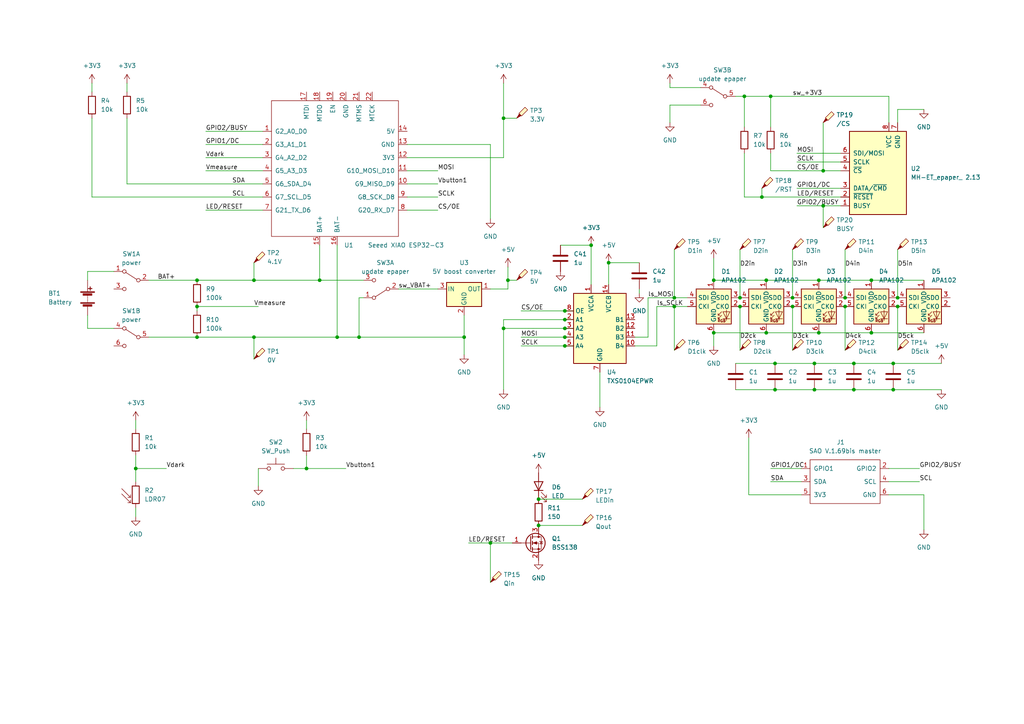
<source format=kicad_sch>
(kicad_sch (version 20231120) (generator "eeschema") (generator_version "8.0")
  (paper "A4")
  (lib_symbols
    (symbol "Connector:TestPoint_Probe" (pin_numbers hide) (pin_names (offset 0.762) hide)
      (property "Reference" "TP" (at 1.651 5.842 0))
      (property "Value" "TestPoint_Probe" (at 1.651 4.064 0))
      (symbol "TestPoint_Probe_0_1"
        (polyline (pts (xy 1.27 0.762) (xy 0 0) (xy 0.762 1.27) (xy 1.27 0.762)) (fill (type outline)))
        (polyline (pts (xy 1.397 0.635) (xy 0.635 1.397) (xy 2.413 3.175) (xy 3.175 2.413) (xy 1.397 0.635)) (fill (type background)))
      )
      (symbol "TestPoint_Probe_1_1"
        (pin passive line (at 0 0 90) (length 0) (name "1") (number "1"))
      )
    )
    (symbol "Device:Battery" (pin_numbers hide) (pin_names (offset 0) hide)
      (property "Reference" "BT1" (at -11.43 1.27 0))
      (property "Value" "Battery" (at -11.43 -1.27 0))
      (symbol "Battery_0_1"
        (rectangle (start -2.032 -1.397) (end 2.032 -1.651) (fill (type outline)))
        (rectangle (start -2.032 1.778) (end 2.032 1.524) (fill (type outline)))
        (rectangle (start -1.3208 -1.9812) (end 1.27 -2.4892) (fill (type outline)))
        (rectangle (start -1.3208 1.1938) (end 1.27 0.6858) (fill (type outline)))
        (polyline (pts (xy 0 -1.524) (xy 0 -1.27)))
        (polyline (pts (xy 0 -1.016) (xy 0 -0.762)))
        (polyline (pts (xy 0 -0.508) (xy 0 -0.254)))
        (polyline (pts (xy 0 0) (xy 0 0.254)))
        (polyline (pts (xy 0 0.508) (xy 0 0.762)))
        (polyline (pts (xy 0 1.778) (xy 0 2.54)))
        (polyline (pts (xy 0.254 2.667) (xy 1.27 2.667)) (stroke (width 0.254)))
        (polyline (pts (xy 0.762 3.175) (xy 0.762 2.159)) (stroke (width 0.254)))
      )
      (symbol "Battery_1_1"
        (pin passive line (at 0 -5.08 90) (length 2.54) (name "-") (number "1"))
        (pin passive line (at 0 5.08 270) (length 2.54) (name "+") (number "2"))
      )
    )
    (symbol "Device:C" (pin_numbers hide) (pin_names (offset 0.254))
      (property "Reference" "C" (at 0.635 2.54 0))
      (property "Value" "C" (at 0.635 -2.54 0))
      (symbol "C_0_1"
        (polyline (pts (xy -2.032 -0.762) (xy 2.032 -0.762)) (stroke (width 0.508)))
        (polyline (pts (xy -2.032 0.762) (xy 2.032 0.762)) (stroke (width 0.508)))
      )
      (symbol "C_1_1"
        (pin passive line (at 0 3.81 270) (length 2.794) (name "~") (number "1"))
        (pin passive line (at 0 -3.81 90) (length 2.794) (name "~") (number "2"))
      )
    )
    (symbol "Device:LED" (pin_numbers hide) (pin_names (offset 1.016) hide)
      (property "Reference" "D" (at 0 2.54 0))
      (property "Value" "LED" (at 0 -2.54 0))
      (symbol "LED_0_1"
        (polyline (pts (xy -1.27 -1.27) (xy -1.27 1.27)) (stroke (width 0.254)))
        (polyline (pts (xy -1.27 0) (xy 1.27 0)))
        (polyline (pts (xy 1.27 -1.27) (xy 1.27 1.27) (xy -1.27 0) (xy 1.27 -1.27)) (stroke (width 0.254)))
        (polyline (pts (xy -3.048 -0.762) (xy -4.572 -2.286) (xy -3.81 -2.286) (xy -4.572 -2.286) (xy -4.572 -1.524)))
        (polyline (pts (xy -1.778 -0.762) (xy -3.302 -2.286) (xy -2.54 -2.286) (xy -3.302 -2.286) (xy -3.302 -1.524)))
      )
      (symbol "LED_1_1"
        (pin passive line (at -3.81 0 0) (length 2.54) (name "K") (number "1"))
        (pin passive line (at 3.81 0 180) (length 2.54) (name "A") (number "2"))
      )
    )
    (symbol "Device:Q_NMOS_GSD" (pin_names (offset 0) hide)
      (property "Reference" "Q" (at 5.08 1.27 0))
      (property "Value" "Q_NMOS_GSD" (at 5.08 -1.27 0))
      (symbol "Q_NMOS_GSD_0_1"
        (polyline (pts (xy 0.254 0) (xy -2.54 0)))
        (polyline (pts (xy 0.254 1.905) (xy 0.254 -1.905)) (stroke (width 0.254)))
        (polyline (pts (xy 0.762 -1.27) (xy 0.762 -2.286)) (stroke (width 0.254)))
        (polyline (pts (xy 0.762 0.508) (xy 0.762 -0.508)) (stroke (width 0.254)))
        (polyline (pts (xy 0.762 2.286) (xy 0.762 1.27)) (stroke (width 0.254)))
        (polyline (pts (xy 2.54 2.54) (xy 2.54 1.778)))
        (polyline (pts (xy 2.54 -2.54) (xy 2.54 0) (xy 0.762 0)))
        (polyline (pts (xy 0.762 -1.778) (xy 3.302 -1.778) (xy 3.302 1.778) (xy 0.762 1.778)))
        (polyline (pts (xy 1.016 0) (xy 2.032 0.381) (xy 2.032 -0.381) (xy 1.016 0)) (fill (type outline)))
        (polyline (pts (xy 2.794 0.508) (xy 2.921 0.381) (xy 3.683 0.381) (xy 3.81 0.254)))
        (polyline (pts (xy 3.302 0.381) (xy 2.921 -0.254) (xy 3.683 -0.254) (xy 3.302 0.381)))
        (circle (center 1.651 0) (radius 2.794) (stroke (width 0.254)))
        (circle (center 2.54 -1.778) (radius 0.254) (fill (type outline)))
        (circle (center 2.54 1.778) (radius 0.254) (fill (type outline)))
      )
      (symbol "Q_NMOS_GSD_1_1"
        (pin input line (at -5.08 0 0) (length 2.54) (name "G") (number "1"))
        (pin passive line (at 2.54 -5.08 90) (length 2.54) (name "S") (number "2"))
        (pin passive line (at 2.54 5.08 270) (length 2.54) (name "D") (number "3"))
      )
    )
    (symbol "Device:R" (pin_numbers hide) (pin_names (offset 0))
      (property "Reference" "R" (at 2.032 0 90))
      (property "Value" "R" (at 0 0 90))
      (symbol "R_0_1"
        (rectangle (start -1.016 -2.54) (end 1.016 2.54) (stroke (width 0.254)))
      )
      (symbol "R_1_1"
        (pin passive line (at 0 3.81 270) (length 1.27) (name "~") (number "1"))
        (pin passive line (at 0 -3.81 90) (length 1.27) (name "~") (number "2"))
      )
    )
    (symbol "LED:APA102-2020"
      (property "Reference" "D" (at 5.08 5.715 0))
      (property "Value" "APA102-2020" (at 1.27 -5.715 0))
      (symbol "APA102-2020_0_0"
        (text "RGB" (at 2.286 -4.191 0) (effects (font (size 0.762 0.762))))
      )
      (symbol "APA102-2020_0_1"
        (polyline (pts (xy 1.27 -3.556) (xy 1.778 -3.556)))
        (polyline (pts (xy 1.27 -2.54) (xy 1.778 -2.54)))
        (polyline (pts (xy 4.699 -3.556) (xy 2.667 -3.556)))
        (polyline (pts (xy 2.286 -2.54) (xy 1.27 -3.556) (xy 1.27 -3.048)))
        (polyline (pts (xy 2.286 -1.524) (xy 1.27 -2.54) (xy 1.27 -2.032)))
        (polyline (pts (xy 3.683 -1.016) (xy 3.683 -3.556) (xy 3.683 -4.064)))
        (polyline (pts (xy 4.699 -1.524) (xy 2.667 -1.524) (xy 3.683 -3.556) (xy 4.699 -1.524)))
        (rectangle (start 5.08 5.08) (end -5.08 -5.08) (stroke (width 0.254)) (fill (type background)))
      )
      (symbol "APA102-2020_1_1"
        (pin power_in line (at 0 7.62 270) (length 2.54) (name "VDD") (number "1"))
        (pin output line (at 7.62 0 180) (length 2.54) (name "CKO") (number "2"))
        (pin output line (at 7.62 2.54 180) (length 2.54) (name "SDO") (number "3"))
        (pin input line (at -7.62 2.54 0) (length 2.54) (name "SDI") (number "4"))
        (pin input line (at -7.62 0 0) (length 2.54) (name "CKI") (number "5"))
        (pin power_in line (at 0 -7.62 90) (length 2.54) (name "GND") (number "6"))
      )
    )
    (symbol "Sensor_Optical:LDR07" (pin_numbers hide) (pin_names (offset 0))
      (property "Reference" "R" (at -5.08 0 90))
      (property "Value" "LDR07" (at 1.905 0 90))
      (symbol "LDR07_0_1"
        (rectangle (start -1.016 2.54) (end 1.016 -2.54) (stroke (width 0.254)))
        (polyline (pts (xy -1.524 -2.286) (xy -4.064 0.254)))
        (polyline (pts (xy -1.524 -2.286) (xy -2.286 -2.286)))
        (polyline (pts (xy -1.524 -2.286) (xy -1.524 -1.524)))
        (polyline (pts (xy -1.524 -0.762) (xy -4.064 1.778)))
        (polyline (pts (xy -1.524 -0.762) (xy -2.286 -0.762)))
        (polyline (pts (xy -1.524 -0.762) (xy -1.524 0)))
      )
      (symbol "LDR07_1_1"
        (pin passive line (at 0 3.81 270) (length 1.27) (name "~") (number "1"))
        (pin passive line (at 0 -3.81 90) (length 1.27) (name "~") (number "2"))
      )
    )
    (symbol "Switch:SW_DPDT_x2" (pin_names (offset 0) hide)
      (property "Reference" "SW" (at 0 4.318 0))
      (property "Value" "SW_DPDT_x2" (at 0 -5.08 0))
      (symbol "SW_DPDT_x2_0_0"
        (circle (center -2.032 0) (radius 0.508))
        (circle (center 2.032 -2.54) (radius 0.508))
      )
      (symbol "SW_DPDT_x2_0_1"
        (polyline (pts (xy -1.524 0.254) (xy 1.651 2.286)))
        (circle (center 2.032 2.54) (radius 0.508))
      )
      (symbol "SW_DPDT_x2_1_1"
        (pin passive line (at 5.08 2.54 180) (length 2.54) (name "A") (number "1"))
        (pin passive line (at -5.08 0 0) (length 2.54) (name "B") (number "2"))
        (pin passive line (at 5.08 -2.54 180) (length 2.54) (name "C") (number "3"))
      )
      (symbol "SW_DPDT_x2_2_1"
        (pin passive line (at 5.08 2.54 180) (length 2.54) (name "A") (number "4"))
        (pin passive line (at -5.08 0 0) (length 2.54) (name "B") (number "5"))
        (pin passive line (at 5.08 -2.54 180) (length 2.54) (name "C") (number "6"))
      )
    )
    (symbol "Switch:SW_Push" (pin_numbers hide) (pin_names (offset 1.016) hide)
      (property "Reference" "SW" (at 1.27 2.54 0))
      (property "Value" "SW_Push" (at 0 -1.524 0))
      (symbol "SW_Push_0_1"
        (circle (center -2.032 0) (radius 0.508))
        (polyline (pts (xy 0 1.27) (xy 0 3.048)))
        (polyline (pts (xy 2.54 1.27) (xy -2.54 1.27)))
        (circle (center 2.032 0) (radius 0.508))
        (pin passive line (at -5.08 0 0) (length 2.54) (name "1") (number "1"))
        (pin passive line (at 5.08 0 180) (length 2.54) (name "2") (number "2"))
      )
    )
    (symbol "extra:MH-ET_epaper_ 2.13" (pin_names (offset 1.016))
      (property "Reference" "U" (at -6.604 15.24 0))
      (property "Value" "MH-ET_epaper_ 2.13" (at 20.32 1.27 0))
      (symbol "MH-ET_epaper_ 2.13_0_1"
        (rectangle (start -7.62 13.97) (end 8.89 -10.16) (stroke (width 0.254)) (fill (type background)))
      )
      (symbol "MH-ET_epaper_ 2.13_1_1"
        (pin output line (at -10.16 -7.62 0) (length 2.54) (name "BUSY") (number "1"))
        (pin input line (at -10.16 -5.08 0) (length 2.54) (name "~{RESET}") (number "2"))
        (pin input line (at -10.16 -2.54 0) (length 2.54) (name "DATA/~{CMD}") (number "3"))
        (pin input line (at -10.16 2.54 0) (length 2.54) (name "~{CS}") (number "4"))
        (pin input line (at -10.16 5.08 0) (length 2.54) (name "SCLK") (number "5"))
        (pin input line (at -10.16 7.62 0) (length 2.54) (name "SDI/MOSI") (number "6"))
        (pin power_in line (at 6.35 16.51 270) (length 2.54) (name "GND") (number "7"))
        (pin power_in line (at 3.81 16.51 270) (length 2.54) (name "VCC") (number "8"))
      )
    )
    (symbol "extra:Seeed XIAO ESP32-C3" (pin_names (offset 1.016))
      (property "Reference" "U1" (at 2.0194 -21.59 0))
      (property "Value" "Seeed XIAO ESP32-C3" (at 4.5594 -24.13 0))
      (symbol "Seeed XIAO ESP32-C3_0_1"
        (rectangle (start -19.05 20.32) (end 17.78 -19.05))
      )
      (symbol "Seeed XIAO ESP32-C3_1_1"
        (pin unspecified line (at -21.59 11.43 0) (length 2.54) (name "G2_A0_D0") (number "1"))
        (pin unspecified line (at 20.32 -3.81 180) (length 2.54) (name "G9_MISO_D9") (number "10"))
        (pin unspecified line (at 20.32 0 180) (length 2.54) (name "G10_MOSI_D10") (number "11"))
        (pin power_out line (at 20.32 3.81 180) (length 2.54) (name "3V3") (number "12"))
        (pin power_out line (at 20.32 7.62 180) (length 2.54) (name "GND") (number "13"))
        (pin power_out line (at 20.32 11.43 180) (length 2.54) (name "5V") (number "14"))
        (pin power_out line (at -5.08 -21.59 90) (length 2.54) (name "BAT+") (number "15"))
        (pin power_out line (at 0 -21.59 90) (length 2.54) (name "BAT-") (number "16"))
        (pin unspecified line (at -8.89 22.86 270) (length 2.54) (name "MTDI") (number "17"))
        (pin output line (at -5.08 22.86 270) (length 2.54) (name "MTDO") (number "18"))
        (pin unspecified line (at -1.27 22.86 270) (length 2.54) (name "EN") (number "19"))
        (pin unspecified line (at -21.59 7.62 0) (length 2.54) (name "G3_A1_D1") (number "2"))
        (pin unspecified line (at 2.54 22.86 270) (length 2.54) (name "GND") (number "20"))
        (pin unspecified line (at 6.35 22.86 270) (length 2.54) (name "MTMS") (number "21"))
        (pin unspecified line (at 10.16 22.86 270) (length 2.54) (name "MTCK") (number "22"))
        (pin unspecified line (at -21.59 3.81 0) (length 2.54) (name "G4_A2_D2") (number "3"))
        (pin unspecified line (at -21.59 0 0) (length 2.54) (name "G5_A3_D3") (number "4"))
        (pin unspecified line (at -21.59 -3.81 0) (length 2.54) (name "G6_SDA_D4") (number "5"))
        (pin unspecified line (at -21.59 -7.62 0) (length 2.54) (name "G7_SCL_D5") (number "6"))
        (pin unspecified line (at -21.59 -11.43 0) (length 2.54) (name "G21_TX_D6") (number "7"))
        (pin unspecified line (at 20.32 -11.43 180) (length 2.54) (name "G20_RX_D7") (number "8"))
        (pin unspecified line (at 20.32 -7.62 180) (length 2.54) (name "G8_SCK_D8") (number "9"))
        (pin power_out line (at 5.08 -21.59 90) (length 2.54) hide (name "GND") (number "thermal"))
      )
    )
    (symbol "mlp:5V boost converter" (pin_names (offset 0.254))
      (property "Reference" "U" (at -3.81 3.175 0))
      (property "Value" "5V boost converter" (at 0 3.175 0))
      (symbol "5V boost converter_0_1"
        (rectangle (start -5.08 1.905) (end 5.08 -5.08) (stroke (width 0.254)) (fill (type background)))
      )
      (symbol "5V boost converter_1_1"
        (pin power_out line (at 7.62 0 180) (length 2.54) (name "OUT") (number "1"))
        (pin power_in line (at 0 -7.62 90) (length 2.54) (name "GND") (number "2"))
        (pin power_in line (at -7.62 0 0) (length 2.54) (name "IN") (number "3"))
      )
    )
    (symbol "mlp:SAO V.1.69bis master" (pin_names (offset 1.016))
      (property "Reference" "J" (at -1.27 8.89 0))
      (property "Value" "SAO V.1.69bis master" (at -10.6806 -8.89 0))
      (symbol "SAO V.1.69bis master_0_1"
        (rectangle (start -10.16 6.35) (end 10.16 -6.35))
      )
      (symbol "SAO V.1.69bis master_1_1"
        (pin bidirectional line (at -12.7 3.81 0) (length 2.54) (name "GPIO1") (number "1"))
        (pin bidirectional line (at 12.7 3.81 180) (length 2.54) (name "GPIO2") (number "2"))
        (pin bidirectional line (at -12.7 0 0) (length 2.54) (name "SDA") (number "3"))
        (pin input line (at 12.7 0 180) (length 2.54) (name "SCL") (number "4"))
        (pin power_in line (at -12.7 -3.81 0) (length 2.54) (name "3V3") (number "5"))
        (pin power_in line (at 12.7 -3.81 180) (length 2.54) (name "GND") (number "6"))
      )
    )
    (symbol "mlp:TXS0104EPWR"
      (property "Reference" "U" (at -6.35 11.43 0))
      (property "Value" "TXS0104EPWR" (at 3.81 11.43 0))
      (symbol "TXS0104EPWR_0_1"
        (rectangle (start -7.62 10.16) (end 7.62 -10.16) (stroke (width 0.254)) (fill (type background)))
      )
      (symbol "TXS0104EPWR_1_1"
        (pin power_in line (at -2.54 12.7 270) (length 2.54) (name "VCCA") (number "1"))
        (pin bidirectional line (at 10.16 -5.08 180) (length 2.54) (name "B4") (number "10"))
        (pin bidirectional line (at 10.16 -2.54 180) (length 2.54) (name "B3") (number "11"))
        (pin bidirectional line (at 10.16 0 180) (length 2.54) (name "B2") (number "12"))
        (pin bidirectional line (at 10.16 2.54 180) (length 2.54) (name "B1") (number "13"))
        (pin power_in line (at 2.54 12.7 270) (length 2.54) (name "VCCB") (number "14"))
        (pin bidirectional line (at -10.16 2.54 0) (length 2.54) (name "A1") (number "2"))
        (pin bidirectional line (at -10.16 0 0) (length 2.54) (name "A2") (number "3"))
        (pin bidirectional line (at -10.16 -2.54 0) (length 2.54) (name "A3") (number "4"))
        (pin bidirectional line (at -10.16 -5.08 0) (length 2.54) (name "A4") (number "5"))
        (pin power_in line (at 0 -12.7 90) (length 2.54) (name "GND") (number "7"))
        (pin input line (at -10.16 5.08 0) (length 2.54) (name "OE") (number "8"))
      )
    )
    (symbol "power:+3V3" (power) (pin_names (offset 0))
      (property "Value" "+3V3" (at 0 3.556 0))
      (symbol "+3V3_0_1"
        (polyline (pts (xy -0.762 1.27) (xy 0 2.54)))
        (polyline (pts (xy 0 0) (xy 0 2.54)))
        (polyline (pts (xy 0 2.54) (xy 0.762 1.27)))
      )
      (symbol "+3V3_1_1"
        (pin power_in line (at 0 0 90) (length 0) hide (name "+3V3") (number "1"))
      )
    )
    (symbol "power:+5V" (power) (pin_names (offset 0))
      (property "Value" "+5V" (at 0 3.556 0))
      (symbol "+5V_0_1"
        (polyline (pts (xy -0.762 1.27) (xy 0 2.54)))
        (polyline (pts (xy 0 0) (xy 0 2.54)))
        (polyline (pts (xy 0 2.54) (xy 0.762 1.27)))
      )
      (symbol "+5V_1_1"
        (pin power_in line (at 0 0 90) (length 0) hide (name "+5V") (number "1"))
      )
    )
    (symbol "power:GND" (power) (pin_names (offset 0))
      (property "Value" "GND" (at 0 -3.81 0))
      (symbol "GND_0_1"
        (polyline (pts (xy 0 0) (xy 0 -1.27) (xy 1.27 -1.27) (xy 0 -2.54) (xy -1.27 -1.27) (xy 0 -1.27)))
      )
      (symbol "GND_1_1"
        (pin power_in line (at 0 0 270) (length 0) hide (name "GND") (number "1"))
      )
    )
  )
  (junction (at 260.35 88.9))
  (junction (at 238.76 49.53))
  (junction (at 229.87 88.9))
  (junction (at 156.21 152.4))
  (junction (at 259.08 113.03))
  (junction (at 252.73 81.28))
  (junction (at 142.24 157.48))
  (junction (at 237.49 81.28))
  (junction (at 163.83 95.25))
  (junction (at 104.14 97.79))
  (junction (at 222.25 96.52))
  (junction (at 57.15 88.9))
  (junction (at 214.63 86.36))
  (junction (at 147.32 81.28))
  (junction (at 252.73 96.52))
  (junction (at 220.98 57.15))
  (junction (at 195.58 86.36))
  (junction (at 73.66 81.28))
  (junction (at 134.62 97.79))
  (junction (at 223.52 27.94))
  (junction (at 207.01 96.52))
  (junction (at 245.11 86.36))
  (junction (at 236.22 113.03))
  (junction (at 171.45 71.12))
  (junction (at 214.63 88.9))
  (junction (at 222.25 81.28))
  (junction (at 247.65 113.03))
  (junction (at 163.83 90.17))
  (junction (at 224.79 113.03))
  (junction (at 88.9 135.89))
  (junction (at 163.83 100.33))
  (junction (at 245.11 88.9))
  (junction (at 247.65 105.41))
  (junction (at 57.15 81.28))
  (junction (at 156.21 144.78))
  (junction (at 236.22 105.41))
  (junction (at 146.05 34.29))
  (junction (at 215.9 27.94))
  (junction (at 163.83 92.71))
  (junction (at 195.58 88.9))
  (junction (at 207.01 81.28))
  (junction (at 237.49 96.52))
  (junction (at 163.83 97.79))
  (junction (at 238.76 59.69))
  (junction (at 260.35 86.36))
  (junction (at 39.37 135.89))
  (junction (at 57.15 97.79))
  (junction (at 97.79 97.79))
  (junction (at 224.79 105.41))
  (junction (at 92.71 81.28))
  (junction (at 176.53 76.2))
  (junction (at 229.87 86.36))
  (junction (at 146.05 95.25))
  (junction (at 259.08 105.41))
  (junction (at 73.66 97.79))
  (wire (pts (xy 224.79 105.41) (xy 236.22 105.41)))
  (wire (pts (xy 213.36 105.41) (xy 224.79 105.41)))
  (wire (pts (xy 217.17 127) (xy 217.17 143.51)))
  (wire (pts (xy 215.9 44.45) (xy 215.9 57.15)))
  (wire (pts (xy 59.69 60.96) (xy 76.2 60.96)))
  (wire (pts (xy 163.83 97.79) (xy 166.37 97.79)))
  (wire (pts (xy 213.36 27.94) (xy 215.9 27.94)))
  (wire (pts (xy 231.14 46.99) (xy 243.84 46.99)))
  (wire (pts (xy 214.63 72.39) (xy 214.63 86.36)))
  (wire (pts (xy 260.35 31.75) (xy 267.97 31.75)))
  (wire (pts (xy 247.65 105.41) (xy 259.08 105.41)))
  (wire (pts (xy 57.15 81.28) (xy 73.66 81.28)))
  (wire (pts (xy 73.66 104.14) (xy 73.66 97.79)))
  (wire (pts (xy 223.52 27.94) (xy 257.81 27.94)))
  (wire (pts (xy 245.11 101.6) (xy 245.11 88.9)))
  (wire (pts (xy 252.73 96.52) (xy 267.97 96.52)))
  (wire (pts (xy 243.84 57.15) (xy 220.98 57.15)))
  (wire (pts (xy 39.37 135.89) (xy 39.37 139.7)))
  (wire (pts (xy 229.87 101.6) (xy 229.87 88.9)))
  (wire (pts (xy 229.87 72.39) (xy 229.87 86.36)))
  (wire (pts (xy 171.45 71.12) (xy 171.45 82.55)))
  (wire (pts (xy 88.9 121.92) (xy 88.9 124.46)))
  (wire (pts (xy 33.02 95.25) (xy 25.4 95.25)))
  (wire (pts (xy 195.58 86.36) (xy 187.96 86.36)))
  (wire (pts (xy 176.53 76.2) (xy 185.42 76.2)))
  (wire (pts (xy 76.2 49.53) (xy 59.69 49.53)))
  (wire (pts (xy 39.37 121.92) (xy 39.37 124.46)))
  (wire (pts (xy 207.01 96.52) (xy 207.01 100.33)))
  (wire (pts (xy 39.37 135.89) (xy 48.26 135.89)))
  (wire (pts (xy 43.18 97.79) (xy 57.15 97.79)))
  (wire (pts (xy 26.67 24.13) (xy 26.67 26.67)))
  (wire (pts (xy 195.58 88.9) (xy 199.39 88.9)))
  (wire (pts (xy 223.52 135.89) (xy 232.41 135.89)))
  (wire (pts (xy 207.01 81.28) (xy 222.25 81.28)))
  (wire (pts (xy 252.73 81.28) (xy 267.97 81.28)))
  (wire (pts (xy 168.91 144.78) (xy 156.21 144.78)))
  (wire (pts (xy 36.83 24.13) (xy 36.83 26.67)))
  (wire (pts (xy 237.49 96.52) (xy 252.73 96.52)))
  (wire (pts (xy 220.98 54.61) (xy 220.98 57.15)))
  (wire (pts (xy 222.25 81.28) (xy 237.49 81.28)))
  (wire (pts (xy 142.24 168.91) (xy 142.24 157.48)))
  (wire (pts (xy 36.83 53.34) (xy 76.2 53.34)))
  (wire (pts (xy 43.18 81.28) (xy 57.15 81.28)))
  (wire (pts (xy 26.67 57.15) (xy 76.2 57.15)))
  (wire (pts (xy 163.83 100.33) (xy 166.37 100.33)))
  (wire (pts (xy 243.84 49.53) (xy 238.76 49.53)))
  (wire (pts (xy 146.05 34.29) (xy 146.05 45.72)))
  (wire (pts (xy 163.83 95.25) (xy 166.37 95.25)))
  (wire (pts (xy 236.22 105.41) (xy 247.65 105.41)))
  (wire (pts (xy 260.35 101.6) (xy 260.35 88.9)))
  (wire (pts (xy 73.66 97.79) (xy 97.79 97.79)))
  (wire (pts (xy 146.05 45.72) (xy 118.11 45.72)))
  (wire (pts (xy 73.66 76.2) (xy 73.66 81.28)))
  (wire (pts (xy 184.15 100.33) (xy 190.5 100.33)))
  (wire (pts (xy 33.02 78.74) (xy 25.4 78.74)))
  (wire (pts (xy 146.05 95.25) (xy 163.83 95.25)))
  (wire (pts (xy 104.14 97.79) (xy 134.62 97.79)))
  (wire (pts (xy 224.79 113.03) (xy 236.22 113.03)))
  (wire (pts (xy 247.65 113.03) (xy 259.08 113.03)))
  (wire (pts (xy 142.24 157.48) (xy 135.89 157.48)))
  (wire (pts (xy 146.05 24.13) (xy 146.05 34.29)))
  (wire (pts (xy 73.66 81.28) (xy 92.71 81.28)))
  (wire (pts (xy 259.08 113.03) (xy 273.05 113.03)))
  (wire (pts (xy 203.2 25.4) (xy 194.31 25.4)))
  (wire (pts (xy 39.37 132.08) (xy 39.37 135.89)))
  (wire (pts (xy 147.32 81.28) (xy 147.32 83.82)))
  (wire (pts (xy 105.41 86.36) (xy 104.14 86.36)))
  (wire (pts (xy 163.83 90.17) (xy 166.37 90.17)))
  (wire (pts (xy 146.05 92.71) (xy 163.83 92.71)))
  (wire (pts (xy 199.39 86.36) (xy 195.58 86.36)))
  (wire (pts (xy 151.13 90.17) (xy 163.83 90.17)))
  (wire (pts (xy 260.35 35.56) (xy 260.35 31.75)))
  (wire (pts (xy 57.15 88.9) (xy 74.93 88.9)))
  (wire (pts (xy 59.69 38.1) (xy 76.2 38.1)))
  (wire (pts (xy 39.37 147.32) (xy 39.37 149.86)))
  (wire (pts (xy 267.97 143.51) (xy 267.97 153.67)))
  (wire (pts (xy 118.11 60.96) (xy 127 60.96)))
  (wire (pts (xy 184.15 97.79) (xy 187.96 97.79)))
  (wire (pts (xy 231.14 44.45) (xy 243.84 44.45)))
  (wire (pts (xy 59.69 45.72) (xy 76.2 45.72)))
  (wire (pts (xy 118.11 53.34) (xy 127 53.34)))
  (wire (pts (xy 57.15 97.79) (xy 73.66 97.79)))
  (wire (pts (xy 151.13 100.33) (xy 163.83 100.33)))
  (wire (pts (xy 162.56 71.12) (xy 171.45 71.12)))
  (wire (pts (xy 134.62 97.79) (xy 134.62 102.87)))
  (wire (pts (xy 213.36 113.03) (xy 224.79 113.03)))
  (wire (pts (xy 223.52 27.94) (xy 223.52 36.83)))
  (wire (pts (xy 92.71 81.28) (xy 105.41 81.28)))
  (wire (pts (xy 25.4 78.74) (xy 25.4 81.28)))
  (wire (pts (xy 146.05 95.25) (xy 146.05 113.03)))
  (wire (pts (xy 25.4 95.25) (xy 25.4 91.44)))
  (wire (pts (xy 97.79 71.12) (xy 97.79 97.79)))
  (wire (pts (xy 104.14 86.36) (xy 104.14 97.79)))
  (wire (pts (xy 214.63 101.6) (xy 214.63 88.9)))
  (wire (pts (xy 173.99 107.95) (xy 173.99 118.11)))
  (wire (pts (xy 217.17 143.51) (xy 232.41 143.51)))
  (wire (pts (xy 238.76 35.56) (xy 238.76 49.53)))
  (wire (pts (xy 257.81 143.51) (xy 267.97 143.51)))
  (wire (pts (xy 222.25 96.52) (xy 237.49 96.52)))
  (wire (pts (xy 151.13 97.79) (xy 163.83 97.79)))
  (wire (pts (xy 236.22 113.03) (xy 247.65 113.03)))
  (wire (pts (xy 187.96 86.36) (xy 187.96 97.79)))
  (wire (pts (xy 176.53 76.2) (xy 176.53 82.55)))
  (wire (pts (xy 118.11 41.91) (xy 142.24 41.91)))
  (wire (pts (xy 185.42 85.09) (xy 185.42 83.82)))
  (wire (pts (xy 59.69 41.91) (xy 76.2 41.91)))
  (wire (pts (xy 238.76 59.69) (xy 243.84 59.69)))
  (wire (pts (xy 207.01 74.93) (xy 207.01 81.28)))
  (wire (pts (xy 195.58 101.6) (xy 195.58 88.9)))
  (wire (pts (xy 74.93 135.89) (xy 74.93 140.97)))
  (wire (pts (xy 238.76 66.04) (xy 238.76 59.69)))
  (wire (pts (xy 223.52 49.53) (xy 223.52 44.45)))
  (wire (pts (xy 36.83 34.29) (xy 36.83 53.34)))
  (wire (pts (xy 118.11 57.15) (xy 127 57.15)))
  (wire (pts (xy 88.9 132.08) (xy 88.9 135.89)))
  (wire (pts (xy 97.79 97.79) (xy 104.14 97.79)))
  (wire (pts (xy 257.81 27.94) (xy 257.81 35.56)))
  (wire (pts (xy 207.01 96.52) (xy 222.25 96.52)))
  (wire (pts (xy 149.86 81.28) (xy 147.32 81.28)))
  (wire (pts (xy 190.5 88.9) (xy 195.58 88.9)))
  (wire (pts (xy 194.31 30.48) (xy 194.31 35.56)))
  (wire (pts (xy 190.5 88.9) (xy 190.5 100.33)))
  (wire (pts (xy 237.49 81.28) (xy 252.73 81.28)))
  (wire (pts (xy 215.9 27.94) (xy 223.52 27.94)))
  (wire (pts (xy 257.81 139.7) (xy 266.7 139.7)))
  (wire (pts (xy 115.57 83.82) (xy 127 83.82)))
  (wire (pts (xy 257.81 135.89) (xy 266.7 135.89)))
  (wire (pts (xy 259.08 105.41) (xy 273.05 105.41)))
  (wire (pts (xy 194.31 25.4) (xy 194.31 24.13)))
  (wire (pts (xy 85.09 135.89) (xy 88.9 135.89)))
  (wire (pts (xy 147.32 77.47) (xy 147.32 81.28)))
  (wire (pts (xy 195.58 72.39) (xy 195.58 86.36)))
  (wire (pts (xy 92.71 71.12) (xy 92.71 81.28)))
  (wire (pts (xy 215.9 27.94) (xy 215.9 36.83)))
  (wire (pts (xy 245.11 72.39) (xy 245.11 86.36)))
  (wire (pts (xy 231.14 59.69) (xy 238.76 59.69)))
  (wire (pts (xy 88.9 135.89) (xy 100.33 135.89)))
  (wire (pts (xy 147.32 83.82) (xy 142.24 83.82)))
  (wire (pts (xy 118.11 49.53) (xy 127 49.53)))
  (wire (pts (xy 220.98 57.15) (xy 215.9 57.15)))
  (wire (pts (xy 57.15 88.9) (xy 57.15 90.17)))
  (wire (pts (xy 231.14 54.61) (xy 243.84 54.61)))
  (wire (pts (xy 223.52 139.7) (xy 232.41 139.7)))
  (wire (pts (xy 260.35 72.39) (xy 260.35 86.36)))
  (wire (pts (xy 134.62 91.44) (xy 134.62 97.79)))
  (wire (pts (xy 238.76 49.53) (xy 223.52 49.53)))
  (wire (pts (xy 163.83 92.71) (xy 166.37 92.71)))
  (wire (pts (xy 168.91 152.4) (xy 156.21 152.4)))
  (wire (pts (xy 203.2 30.48) (xy 194.31 30.48)))
  (wire (pts (xy 148.59 157.48) (xy 142.24 157.48)))
  (wire (pts (xy 146.05 92.71) (xy 146.05 95.25)))
  (wire (pts (xy 149.86 34.29) (xy 146.05 34.29)))
  (wire (pts (xy 26.67 34.29) (xy 26.67 57.15)))
  (wire (pts (xy 142.24 41.91) (xy 142.24 63.5)))
  (label "GPIO1{slash}DC" (at 231.14 54.61 0))
  (label "CS{slash}OE" (at 231.14 49.53 0))
  (label "MOSI" (at 231.14 44.45 0))
  (label "Vmeasure" (at 73.66 88.9 0))
  (label "MOSI" (at 127 49.53 0))
  (label "D3ck" (at 229.87 98.425 0))
  (label "GPIO2{slash}BUSY" (at 59.69 38.1 0))
  (label "SCLK" (at 151.13 100.33 0))
  (label "Vbutton1" (at 100.33 135.89 0))
  (label "SDA" (at 67.31 53.34 0))
  (label "BAT+" (at 45.72 81.28 0))
  (label "D2in" (at 214.63 77.47 0))
  (label "GPIO2{slash}BUSY" (at 266.7 135.89 0))
  (label "LED{slash}RESET" (at 231.14 57.15 0))
  (label "GPIO1{slash}DC" (at 59.69 41.91 0))
  (label "SCLK" (at 127 57.15 0))
  (label "D4ck" (at 245.11 98.425 0))
  (label "MOSI" (at 151.13 97.79 0))
  (label "SCL" (at 67.31 57.15 0))
  (label "Vmeasure" (at 59.69 49.53 0))
  (label "D2ck" (at 214.63 98.425 0))
  (label "D5in" (at 260.35 77.47 0))
  (label "CS{slash}OE" (at 127 60.96 0))
  (label "Vdark" (at 48.26 135.89 0))
  (label "GPIO1{slash}DC" (at 223.52 135.89 0))
  (label "SCL" (at 266.7 139.7 0))
  (label "GPIO2{slash}BUSY" (at 231.14 59.69 0))
  (label "sw_VBAT+" (at 115.57 83.82 0))
  (label "ls_MOSI" (at 187.96 86.36 0))
  (label "SCLK" (at 231.14 46.99 0))
  (label "sw_+3V3" (at 229.87 27.94 0))
  (label "Vbutton1" (at 127 53.34 0))
  (label "D4in" (at 245.11 77.47 0))
  (label "CS{slash}OE" (at 151.13 90.17 0))
  (label "SDA" (at 223.52 139.7 0))
  (label "LED{slash}RESET" (at 135.89 157.48 0))
  (label "ls_SCLK" (at 190.5 88.9 0))
  (label "D3in" (at 229.87 77.47 0))
  (label "LED{slash}RESET" (at 59.69 60.96 0))
  (label "Vdark" (at 59.69 45.72 0))
  (label "D5ck" (at 260.35 98.425 0))
  (symbol (lib_id "Connector:TestPoint_Probe") (at 260.35 101.6 0) (unit 1) (in_bom no)
    (property "Reference" "TP14" (at 264.16 99.3775 0) (effects (justify left)))
    (property "Value" "D5clk" (at 264.16 101.9175 0) (effects (justify left)))
    (property "Footprint" "TestPoint:TestPoint_Pad_1.5x1.5mm" (effects (hide yes)))
  )
  (symbol (lib_id "Device:C") (at 162.56 74.93 0) (unit 1)
    (property "Reference" "C41" (at 166.37 73.66 0) (effects (justify left)))
    (property "Value" "1u" (at 166.37 76.2 0) (effects (justify left)))
    (property "Footprint" "Capacitor_SMD:C_1206_3216Metric_Pad1.33x1.80mm_HandSolder" (effects (hide yes)))
  )
  (symbol (lib_id "power:GND") (at 74.93 140.97 0) (unit 1)
    (property "Reference" "#PWR010" (effects (hide yes)))
    (property "Value" "GND" (at 74.93 146.05 0))
  )
  (symbol (lib_id "Connector:TestPoint_Probe") (at 195.58 101.6 0) (unit 1) (in_bom no)
    (property "Reference" "TP6" (at 199.39 99.3775 0) (effects (justify left)))
    (property "Value" "D1clk" (at 199.39 101.9175 0) (effects (justify left)))
    (property "Footprint" "TestPoint:TestPoint_Pad_1.5x1.5mm" (effects (hide yes)))
  )
  (symbol (lib_id "power:GND") (at 267.97 31.75 0) (unit 1)
    (property "Reference" "#PWR07" (effects (hide yes)))
    (property "Value" "GND" (at 267.97 36.83 0))
  )
  (symbol (lib_id "Device:R") (at 223.52 40.64 0) (unit 1)
    (property "Reference" "R6" (at 226.06 39.3699 0) (effects (justify left)))
    (property "Value" "10k" (at 226.06 41.9099 0) (effects (justify left)))
    (property "Footprint" "Resistor_SMD:R_2010_5025Metric_Pad1.40x2.65mm_HandSolder" (effects (hide yes)))
  )
  (symbol (lib_id "power:+5V") (at 207.01 74.93 0) (unit 1)
    (property "Reference" "#PWR023" (effects (hide yes)))
    (property "Value" "+5V" (at 207.01 69.85 0))
  )
  (symbol (lib_id "Device:LED") (at 156.21 140.97 90) (unit 1)
    (property "Reference" "D6" (at 160.02 141.2874 90) (effects (justify right)))
    (property "Value" "LED" (at 160.02 143.8274 90) (effects (justify right)))
    (property "Footprint" "LED_THT:LED_D5.0mm" (effects (hide yes)))
  )
  (symbol (lib_id "power:GND") (at 39.37 149.86 0) (unit 1)
    (property "Reference" "#PWR09" (effects (hide yes)))
    (property "Value" "GND" (at 39.37 154.94 0))
  )
  (symbol (lib_id "power:+3V3") (at 171.45 71.12 0) (unit 1)
    (property "Reference" "#PWR019" (effects (hide yes)))
    (property "Value" "+3V3" (at 171.45 66.04 0))
  )
  (symbol (lib_id "power:+3V3") (at 146.05 24.13 0) (unit 1)
    (property "Reference" "#PWR03" (effects (hide yes)))
    (property "Value" "+3V3" (at 146.05 19.05 0))
  )
  (symbol (lib_id "Switch:SW_DPDT_x2") (at 38.1 81.28 0) (mirror y) (unit 1)
    (property "Reference" "SW1" (at 38.1 73.66 0))
    (property "Value" "power" (at 38.1 76.2 0))
    (property "Footprint" "extra:MSS-22D18G2 hand-solderable" (effects (hide yes)))
  )
  (symbol (lib_id "extra:MH-ET_epaper_ 2.13") (at 254 52.07 0) (unit 1)
    (property "Reference" "U2" (at 264.16 48.8949 0) (effects (justify left)))
    (property "Value" "MH-ET_epaper_ 2.13" (at 264.16 51.4349 0) (effects (justify left)))
    (property "Footprint" "extra:MH-ET_epaper_ 2.13" (effects (hide yes)))
    (property "Datasheet" "https://www.aliexpress.us/item/3256803898542103.html" (effects (hide yes)))
  )
  (symbol (lib_id "power:+3V3") (at 26.67 24.13 0) (unit 1)
    (property "Reference" "#PWR015" (effects (hide yes)))
    (property "Value" "+3V3" (at 26.67 19.05 0))
  )
  (symbol (lib_id "Switch:SW_DPDT_x2") (at 208.28 27.94 0) (mirror y) (unit 2)
    (property "Reference" "SW3" (at 209.55 20.32 0))
    (property "Value" "update epaper" (at 209.55 22.86 0))
    (property "Footprint" "extra:MSS-22D18G2 hand-solderable" (effects (hide yes)))
  )
  (symbol (lib_id "Device:R") (at 57.15 85.09 0) (unit 1)
    (property "Reference" "R9" (at 59.69 83.8199 0) (effects (justify left)))
    (property "Value" "100k" (at 59.69 86.3599 0) (effects (justify left)))
    (property "Footprint" "Resistor_SMD:R_2010_5025Metric_Pad1.40x2.65mm_HandSolder" (effects (hide yes)))
  )
  (symbol (lib_id "power:+5V") (at 273.05 105.41 0) (unit 1)
    (property "Reference" "#PWR0103" (effects (hide yes)))
    (property "Value" "+5V" (at 273.05 100.33 0))
  )
  (symbol (lib_id "Device:R") (at 57.15 93.98 0) (unit 1)
    (property "Reference" "R10" (at 59.69 92.7099 0) (effects (justify left)))
    (property "Value" "100k" (at 59.69 95.2499 0) (effects (justify left)))
    (property "Footprint" "Resistor_SMD:R_2010_5025Metric_Pad1.40x2.65mm_HandSolder" (effects (hide yes)))
  )
  (symbol (lib_id "LED:APA102-2020") (at 237.49 88.9 0) (unit 1)
    (property "Reference" "D3" (at 239.6841 78.74 0) (effects (justify left)))
    (property "Value" "APA102" (at 239.6841 81.28 0) (effects (justify left)))
    (property "Footprint" "extra:LED-APA102-2020" (effects (hide yes)))
    (property "Datasheet" "http://www.led-color.com/upload/201604/APA102-2020%20SMD%20LED.pdf" (effects (hide yes)))
  )
  (symbol (lib_id "power:+5V") (at 147.32 77.47 0) (unit 1)
    (property "Reference" "#PWR013" (effects (hide yes)))
    (property "Value" "+5V" (at 147.32 72.39 0))
  )
  (symbol (lib_id "Connector:TestPoint_Probe") (at 149.86 34.29 0) (unit 1) (in_bom no)
    (property "Reference" "TP3" (at 153.67 32.0675 0) (effects (justify left)))
    (property "Value" "3.3V" (at 153.67 34.6075 0) (effects (justify left)))
    (property "Footprint" "TestPoint:TestPoint_Pad_1.5x1.5mm" (effects (hide yes)))
  )
  (symbol (lib_id "power:GND") (at 134.62 102.87 0) (unit 1)
    (property "Reference" "#PWR0101" (effects (hide yes)))
    (property "Value" "GND" (at 134.62 107.95 0))
  )
  (symbol (lib_id "Device:C") (at 224.79 109.22 0) (unit 1)
    (property "Reference" "C2" (at 228.6 107.95 0) (effects (justify left)))
    (property "Value" "1u" (at 228.6 110.49 0) (effects (justify left)))
    (property "Footprint" "Capacitor_SMD:C_1206_3216Metric_Pad1.33x1.80mm_HandSolder" (effects (hide yes)))
  )
  (symbol (lib_id "Connector:TestPoint_Probe") (at 142.24 168.91 0) (unit 1) (in_bom no)
    (property "Reference" "TP15" (at 146.05 166.6875 0) (effects (justify left)))
    (property "Value" "Qin" (at 146.05 169.2275 0) (effects (justify left)))
    (property "Footprint" "TestPoint:TestPoint_Pad_1.5x1.5mm" (effects (hide yes)))
  )
  (symbol (lib_id "Device:R") (at 88.9 128.27 0) (unit 1)
    (property "Reference" "R3" (at 91.44 126.9999 0) (effects (justify left)))
    (property "Value" "10k" (at 91.44 129.5399 0) (effects (justify left)))
    (property "Footprint" "Resistor_SMD:R_2010_5025Metric_Pad1.40x2.65mm_HandSolder" (effects (hide yes)))
  )
  (symbol (lib_id "power:GND") (at 267.97 153.67 0) (unit 1)
    (property "Reference" "#PWR05" (effects (hide yes)))
    (property "Value" "GND" (at 267.97 158.75 0))
  )
  (symbol (lib_id "power:GND") (at 273.05 113.03 0) (unit 1)
    (property "Reference" "#PWR0108" (effects (hide yes)))
    (property "Value" "GND" (at 273.05 118.11 0))
  )
  (symbol (lib_id "mlp:5V boost converter") (at 134.62 83.82 0) (unit 1)
    (property "Reference" "U3" (at 134.62 76.2 0))
    (property "Value" "5V boost converter" (at 134.62 78.74 0))
    (property "Footprint" "extra:boost converter module" (effects (hide yes)))
  )
  (symbol (lib_id "Sensor_Optical:LDR07") (at 39.37 143.51 0) (unit 1)
    (property "Reference" "R2" (at 41.91 142.2399 0) (effects (justify left)))
    (property "Value" "LDR07" (at 41.91 144.7799 0) (effects (justify left)))
    (property "Footprint" "OptoDevice:R_LDR_5.1x4.3mm_P3.4mm_Vertical" (effects (hide yes)))
    (property "Datasheet" "http://www.tme.eu/de/Document/f2e3ad76a925811312d226c31da4cd7e/LDR07.pdf" (effects (hide yes)))
  )
  (symbol (lib_id "power:GND") (at 156.21 162.56 0) (unit 1)
    (property "Reference" "#PWR022" (effects (hide yes)))
    (property "Value" "GND" (at 156.21 167.64 0))
  )
  (symbol (lib_id "power:+5V") (at 176.53 76.2 0) (unit 1)
    (property "Reference" "#PWR021" (effects (hide yes)))
    (property "Value" "+5V" (at 176.53 71.12 0))
  )
  (symbol (lib_id "Connector:TestPoint_Probe") (at 220.98 54.61 0) (unit 1) (in_bom no)
    (property "Reference" "TP18" (at 224.79 52.3875 0) (effects (justify left)))
    (property "Value" "/RST" (at 224.79 54.9275 0) (effects (justify left)))
    (property "Footprint" "TestPoint:TestPoint_Pad_1.5x1.5mm" (effects (hide yes)))
  )
  (symbol (lib_id "Device:R") (at 39.37 128.27 0) (unit 1)
    (property "Reference" "R1" (at 41.91 126.9999 0) (effects (justify left)))
    (property "Value" "10k" (at 41.91 129.5399 0) (effects (justify left)))
    (property "Footprint" "Resistor_SMD:R_2010_5025Metric_Pad1.40x2.65mm_HandSolder" (effects (hide yes)))
  )
  (symbol (lib_id "Connector:TestPoint_Probe") (at 149.86 81.28 0) (unit 1) (in_bom no)
    (property "Reference" "TP4" (at 153.67 79.0575 0) (effects (justify left)))
    (property "Value" "5V" (at 153.67 81.5975 0) (effects (justify left)))
    (property "Footprint" "TestPoint:TestPoint_Pad_1.5x1.5mm" (effects (hide yes)))
  )
  (symbol (lib_id "power:+3V3") (at 36.83 24.13 0) (unit 1)
    (property "Reference" "#PWR016" (effects (hide yes)))
    (property "Value" "+3V3" (at 36.83 19.05 0))
  )
  (symbol (lib_id "power:+3V3") (at 194.31 24.13 0) (unit 1)
    (property "Reference" "#PWR06" (effects (hide yes)))
    (property "Value" "+3V3" (at 194.31 19.05 0))
  )
  (symbol (lib_id "Connector:TestPoint_Probe") (at 73.66 104.14 0) (unit 1) (in_bom no)
    (property "Reference" "TP1" (at 77.47 101.9175 0) (effects (justify left)))
    (property "Value" "0V" (at 77.47 104.4575 0) (effects (justify left)))
    (property "Footprint" "TestPoint:TestPoint_Pad_1.5x1.5mm" (effects (hide yes)))
  )
  (symbol (lib_id "Device:C") (at 247.65 109.22 0) (unit 1)
    (property "Reference" "C4" (at 251.46 107.95 0) (effects (justify left)))
    (property "Value" "1u" (at 251.46 110.49 0) (effects (justify left)))
    (property "Footprint" "Capacitor_SMD:C_1206_3216Metric_Pad1.33x1.80mm_HandSolder" (effects (hide yes)))
  )
  (symbol (lib_id "Device:R") (at 36.83 30.48 0) (unit 1)
    (property "Reference" "R5" (at 39.37 29.2099 0) (effects (justify left)))
    (property "Value" "10k" (at 39.37 31.7499 0) (effects (justify left)))
    (property "Footprint" "Resistor_SMD:R_2010_5025Metric_Pad1.40x2.65mm_HandSolder" (effects (hide yes)))
  )
  (symbol (lib_id "Device:R") (at 156.21 148.59 0) (unit 1)
    (property "Reference" "R11" (at 158.75 147.3199 0) (effects (justify left)))
    (property "Value" "150" (at 158.75 149.8599 0) (effects (justify left)))
    (property "Footprint" "Resistor_SMD:R_2010_5025Metric_Pad1.40x2.65mm_HandSolder" (effects (hide yes)))
  )
  (symbol (lib_id "power:GND") (at 207.01 100.33 0) (unit 1)
    (property "Reference" "#PWR0105" (effects (hide yes)))
    (property "Value" "GND" (at 207.01 105.41 0))
  )
  (symbol (lib_id "Connector:TestPoint_Probe") (at 214.63 101.6 0) (unit 1) (in_bom no)
    (property "Reference" "TP8" (at 218.44 99.3775 0) (effects (justify left)))
    (property "Value" "D2clk" (at 218.44 101.9175 0) (effects (justify left)))
    (property "Footprint" "TestPoint:TestPoint_Pad_1.5x1.5mm" (effects (hide yes)))
  )
  (symbol (lib_id "power:GND") (at 162.56 78.74 0) (unit 1)
    (property "Reference" "#PWR0102" (effects (hide yes)))
    (property "Value" "GND" (at 162.56 83.82 0))
  )
  (symbol (lib_id "power:GND") (at 173.99 118.11 0) (unit 1)
    (property "Reference" "#PWR020" (effects (hide yes)))
    (property "Value" "GND" (at 173.99 123.19 0))
  )
  (symbol (lib_id "mlp:SAO V.1.69bis master") (at 245.11 139.7 0) (unit 1)
    (property "Reference" "J1" (at 243.84 128.27 0))
    (property "Value" "SAO V.1.69bis master" (at 245.11 130.81 0))
    (property "Footprint" "Connector_IDC:IDC-Header_2x03_P2.54mm_Vertical" (effects (hide yes)))
  )
  (symbol (lib_id "power:GND") (at 194.31 35.56 0) (unit 1)
    (property "Reference" "#PWR0106" (effects (hide yes)))
    (property "Value" "GND" (at 194.31 40.64 0))
  )
  (symbol (lib_id "Device:C") (at 185.42 80.01 0) (unit 1)
    (property "Reference" "C42" (at 189.23 78.74 0) (effects (justify left)))
    (property "Value" "1u" (at 189.23 81.28 0) (effects (justify left)))
    (property "Footprint" "Capacitor_SMD:C_1206_3216Metric_Pad1.33x1.80mm_HandSolder" (effects (hide yes)))
  )
  (symbol (lib_id "Connector:TestPoint_Probe") (at 260.35 72.39 0) (unit 1) (in_bom no)
    (property "Reference" "TP13" (at 264.16 70.1675 0) (effects (justify left)))
    (property "Value" "D5in" (at 264.16 72.7075 0) (effects (justify left)))
    (property "Footprint" "TestPoint:TestPoint_Pad_1.5x1.5mm" (effects (hide yes)))
  )
  (symbol (lib_id "mlp:TXS0104EPWR") (at 173.99 95.25 0) (unit 1)
    (property "Reference" "U4" (at 176.0094 107.95 0) (effects (justify left)))
    (property "Value" "TXS0104EPWR" (at 176.0094 110.49 0) (effects (justify left)))
    (property "Footprint" "Package_SO:TSSOP-14_4.4x5mm_P0.65mm" (effects (hide yes)))
    (property "Datasheet" "www.ti.com/lit/ds/symlink/txs0104e.pdf" (effects (hide yes)))
  )
  (symbol (lib_id "Connector:TestPoint_Probe") (at 168.91 152.4 0) (unit 1) (in_bom no)
    (property "Reference" "TP16" (at 172.72 150.1775 0) (effects (justify left)))
    (property "Value" "Qout" (at 172.72 152.7175 0) (effects (justify left)))
    (property "Footprint" "TestPoint:TestPoint_Pad_1.5x1.5mm" (effects (hide yes)))
  )
  (symbol (lib_id "power:+5V") (at 156.21 137.16 0) (unit 1)
    (property "Reference" "#PWR012" (effects (hide yes)))
    (property "Value" "+5V" (at 156.21 132.08 0))
  )
  (symbol (lib_id "power:GND") (at 146.05 113.03 0) (unit 1)
    (property "Reference" "#PWR018" (effects (hide yes)))
    (property "Value" "GND" (at 146.05 118.11 0))
  )
  (symbol (lib_id "LED:APA102-2020") (at 207.01 88.9 0) (unit 1)
    (property "Reference" "D1" (at 209.2041 78.74 0) (effects (justify left)))
    (property "Value" "APA102" (at 209.2041 81.28 0) (effects (justify left)))
    (property "Footprint" "extra:LED-APA102-2020" (effects (hide yes)))
    (property "Datasheet" "http://www.led-color.com/upload/201604/APA102-2020%20SMD%20LED.pdf" (effects (hide yes)))
  )
  (symbol (lib_id "Device:R") (at 26.67 30.48 0) (unit 1)
    (property "Reference" "R4" (at 29.21 29.2099 0) (effects (justify left)))
    (property "Value" "10k" (at 29.21 31.7499 0) (effects (justify left)))
    (property "Footprint" "Resistor_SMD:R_2010_5025Metric_Pad1.40x2.65mm_HandSolder" (effects (hide yes)))
  )
  (symbol (lib_id "Connector:TestPoint_Probe") (at 238.76 35.56 0) (unit 1) (in_bom no)
    (property "Reference" "TP19" (at 242.57 33.3375 0) (effects (justify left)))
    (property "Value" "/CS" (at 242.57 35.8775 0) (effects (justify left)))
    (property "Footprint" "TestPoint:TestPoint_Pad_1.5x1.5mm" (effects (hide yes)))
  )
  (symbol (lib_id "power:+3V3") (at 88.9 121.92 0) (unit 1)
    (property "Reference" "#PWR011" (effects (hide yes)))
    (property "Value" "+3V3" (at 88.9 116.84 0))
  )
  (symbol (lib_id "LED:APA102-2020") (at 252.73 88.9 0) (unit 1)
    (property "Reference" "D4" (at 254.9241 78.74 0) (effects (justify left)))
    (property "Value" "APA102" (at 254.9241 81.28 0) (effects (justify left)))
    (property "Footprint" "extra:LED-APA102-2020" (effects (hide yes)))
    (property "Datasheet" "http://www.led-color.com/upload/201604/APA102-2020%20SMD%20LED.pdf" (effects (hide yes)))
  )
  (symbol (lib_id "Device:C") (at 259.08 109.22 0) (unit 1)
    (property "Reference" "C5" (at 262.89 107.95 0) (effects (justify left)))
    (property "Value" "1u" (at 262.89 110.49 0) (effects (justify left)))
    (property "Footprint" "Capacitor_SMD:C_1206_3216Metric_Pad1.33x1.80mm_HandSolder" (effects (hide yes)))
  )
  (symbol (lib_id "Device:Battery") (at 25.4 86.36 0) (unit 1)
    (property "Reference" "BT1" (at 13.97 85.09 0) (effects (justify left)))
    (property "Value" "Battery" (at 13.97 87.63 0) (effects (justify left)))
    (property "Footprint" "Connector_JST:JST_PH_S2B-PH-SM4-TB_1x02-1MP_P2.00mm_Horizontal" (effects (hide yes)))
  )
  (symbol (lib_id "power:GND") (at 142.24 63.5 0) (unit 1)
    (property "Reference" "#PWR02" (effects (hide yes)))
    (property "Value" "GND" (at 142.24 68.58 0))
  )
  (symbol (lib_id "power:GND") (at 185.42 85.09 0) (unit 1)
    (property "Reference" "#PWR0104" (effects (hide yes)))
    (property "Value" "GND" (at 185.42 90.17 0))
  )
  (symbol (lib_id "Connector:TestPoint_Probe") (at 229.87 72.39 0) (unit 1) (in_bom no)
    (property "Reference" "TP9" (at 233.68 70.1675 0) (effects (justify left)))
    (property "Value" "D3in" (at 233.68 72.7075 0) (effects (justify left)))
    (property "Footprint" "TestPoint:TestPoint_Pad_1.5x1.5mm" (effects (hide yes)))
  )
  (symbol (lib_id "Connector:TestPoint_Probe") (at 245.11 101.6 0) (unit 1) (in_bom no)
    (property "Reference" "TP12" (at 248.92 99.3775 0) (effects (justify left)))
    (property "Value" "D4clk" (at 248.92 101.9175 0) (effects (justify left)))
    (property "Footprint" "TestPoint:TestPoint_Pad_1.5x1.5mm" (effects (hide yes)))
  )
  (symbol (lib_id "Device:C") (at 213.36 109.22 0) (unit 1)
    (property "Reference" "C1" (at 217.17 107.95 0) (effects (justify left)))
    (property "Value" "1u" (at 217.17 110.49 0) (effects (justify left)))
    (property "Footprint" "Capacitor_SMD:C_1206_3216Metric_Pad1.33x1.80mm_HandSolder" (effects (hide yes)))
  )
  (symbol (lib_id "Device:Q_NMOS_GSD") (at 153.67 157.48 0) (unit 1)
    (property "Reference" "Q1" (at 160.02 156.2099 0) (effects (justify left)))
    (property "Value" "BSS138" (at 160.02 158.7499 0) (effects (justify left)))
    (property "Footprint" "Package_TO_SOT_SMD:SOT-23" (effects (hide yes)))
  )
  (symbol (lib_id "Connector:TestPoint_Probe") (at 195.58 72.39 0) (unit 1) (in_bom no)
    (property "Reference" "TP5" (at 199.39 70.1675 0) (effects (justify left)))
    (property "Value" "D1in" (at 199.39 72.7075 0) (effects (justify left)))
    (property "Footprint" "TestPoint:TestPoint_Pad_1.5x1.5mm" (effects (hide yes)))
  )
  (symbol (lib_id "LED:APA102-2020") (at 267.97 88.9 0) (unit 1)
    (property "Reference" "D5" (at 270.1641 78.74 0) (effects (justify left)))
    (property "Value" "APA102" (at 270.1641 81.28 0) (effects (justify left)))
    (property "Footprint" "extra:LED-APA102-2020" (effects (hide yes)))
    (property "Datasheet" "http://www.led-color.com/upload/201604/APA102-2020%20SMD%20LED.pdf" (effects (hide yes)))
  )
  (symbol (lib_id "Device:R") (at 215.9 40.64 0) (unit 1)
    (property "Reference" "R7" (at 218.44 39.3699 0) (effects (justify left)))
    (property "Value" "10k" (at 218.44 41.9099 0) (effects (justify left)))
    (property "Footprint" "Resistor_SMD:R_2010_5025Metric_Pad1.40x2.65mm_HandSolder" (effects (hide yes)))
  )
  (symbol (lib_id "Connector:TestPoint_Probe") (at 245.11 72.39 0) (unit 1) (in_bom no)
    (property "Reference" "TP11" (at 248.92 70.1675 0) (effects (justify left)))
    (property "Value" "D4in" (at 248.92 72.7075 0) (effects (justify left)))
    (property "Footprint" "TestPoint:TestPoint_Pad_1.5x1.5mm" (effects (hide yes)))
  )
  (symbol (lib_id "Connector:TestPoint_Probe") (at 238.76 66.04 0) (unit 1) (in_bom no)
    (property "Reference" "TP20" (at 242.57 63.8175 0) (effects (justify left)))
    (property "Value" "BUSY" (at 242.57 66.3575 0) (effects (justify left)))
    (property "Footprint" "TestPoint:TestPoint_Pad_1.5x1.5mm" (effects (hide yes)))
  )
  (symbol (lib_id "LED:APA102-2020") (at 222.25 88.9 0) (unit 1)
    (property "Reference" "D2" (at 224.4441 78.74 0) (effects (justify left)))
    (property "Value" "APA102" (at 224.4441 81.28 0) (effects (justify left)))
    (property "Footprint" "extra:LED-APA102-2020" (effects (hide yes)))
    (property "Datasheet" "http://www.led-color.com/upload/201604/APA102-2020%20SMD%20LED.pdf" (effects (hide yes)))
  )
  (symbol (lib_id "Connector:TestPoint_Probe") (at 214.63 72.39 0) (unit 1) (in_bom no)
    (property "Reference" "TP7" (at 218.44 70.1675 0) (effects (justify left)))
    (property "Value" "D2in" (at 218.44 72.7075 0) (effects (justify left)))
    (property "Footprint" "TestPoint:TestPoint_Pad_1.5x1.5mm" (effects (hide yes)))
  )
  (symbol (lib_id "power:+3V3") (at 39.37 121.92 0) (unit 1)
    (property "Reference" "#PWR08" (effects (hide yes)))
    (property "Value" "+3V3" (at 39.37 116.84 0))
  )
  (symbol (lib_id "Connector:TestPoint_Probe") (at 73.66 76.2 0) (unit 1) (in_bom no)
    (property "Reference" "TP2" (at 77.47 73.3424 0) (effects (justify left)))
    (property "Value" "4.1V" (at 77.47 75.8824 0) (effects (justify left)))
    (property "Footprint" "TestPoint:TestPoint_Pad_1.5x1.5mm" (effects (hide yes)))
  )
  (symbol (lib_id "Switch:SW_DPDT_x2") (at 38.1 97.79 0) (mirror y) (unit 2)
    (property "Reference" "SW1" (at 38.1 90.17 0))
    (property "Value" "power" (at 38.1 92.71 0))
    (property "Footprint" "extra:MSS-22D18G2 hand-solderable" (effects (hide yes)))
  )
  (symbol (lib_id "Connector:TestPoint_Probe") (at 229.87 101.6 0) (unit 1) (in_bom no)
    (property "Reference" "TP10" (at 233.68 99.3775 0) (effects (justify left)))
    (property "Value" "D3clk" (at 233.68 101.9175 0) (effects (justify left)))
    (property "Footprint" "TestPoint:TestPoint_Pad_1.5x1.5mm" (effects (hide yes)))
  )
  (symbol (lib_id "Switch:SW_DPDT_x2") (at 110.49 83.82 180) (unit 1)
    (property "Reference" "SW3" (at 111.76 76.2 0))
    (property "Value" "update epaper" (at 111.76 78.74 0))
    (property "Footprint" "extra:MSS-22D18G2 hand-solderable" (effects (hide yes)))
  )
  (symbol (lib_id "extra:Seeed XIAO ESP32-C3") (at 97.79 49.53 0) (unit 1)
    (property "Reference" "U1" (at 99.8094 71.12 0) (effects (justify left)))
    (property "Value" "Seeed XIAO ESP32-C3" (at 106.68 71.12 0) (effects (justify left)))
    (property "Footprint" "extra:Seeed XIAO ESP32-C3 hand-solderable" (effects (hide yes)))
  )
  (symbol (lib_id "Switch:SW_Push") (at 80.01 135.89 0) (unit 1)
    (property "Reference" "SW2" (at 80.01 128.27 0))
    (property "Value" "SW_Push" (at 80.01 130.81 0))
    (property "Footprint" "Button_Switch_SMD:SW_SPST_SKQG_WithoutStem" (effects (hide yes)))
  )
  (symbol (lib_id "Device:C") (at 236.22 109.22 0) (unit 1)
    (property "Reference" "C3" (at 240.03 107.95 0) (effects (justify left)))
    (property "Value" "1u" (at 240.03 110.49 0) (effects (justify left)))
    (property "Footprint" "Capacitor_SMD:C_1206_3216Metric_Pad1.33x1.80mm_HandSolder" (effects (hide yes)))
  )
  (symbol (lib_id "Connector:TestPoint_Probe") (at 168.91 144.78 0) (unit 1) (in_bom no)
    (property "Reference" "TP17" (at 172.72 142.5575 0) (effects (justify left)))
    (property "Value" "LEDin" (at 172.72 145.0975 0) (effects (justify left)))
    (property "Footprint" "TestPoint:TestPoint_Pad_1.5x1.5mm" (effects (hide yes)))
  )
  (symbol (lib_id "power:+3V3") (at 217.17 127 0) (unit 1)
    (property "Reference" "#PWR04" (effects (hide yes)))
    (property "Value" "+3V3" (at 217.17 121.92 0))
  )
)
</source>
